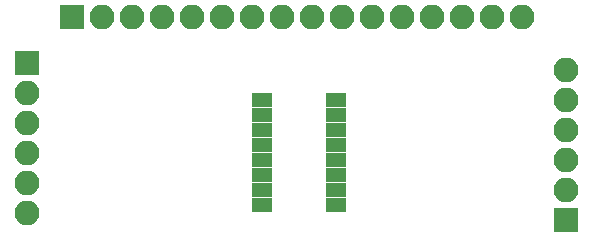
<source format=gbr>
G04 #@! TF.GenerationSoftware,KiCad,Pcbnew,(5.0.0)*
G04 #@! TF.CreationDate,2019-07-27T13:15:58+05:30*
G04 #@! TF.ProjectId,SerialShiftLCD,53657269616C53686966744C43442E6B,rev?*
G04 #@! TF.SameCoordinates,Original*
G04 #@! TF.FileFunction,Soldermask,Top*
G04 #@! TF.FilePolarity,Negative*
%FSLAX46Y46*%
G04 Gerber Fmt 4.6, Leading zero omitted, Abs format (unit mm)*
G04 Created by KiCad (PCBNEW (5.0.0)) date 07/27/19 13:15:58*
%MOMM*%
%LPD*%
G01*
G04 APERTURE LIST*
%ADD10R,2.100000X2.100000*%
%ADD11O,2.100000X2.100000*%
%ADD12R,1.700000X1.200000*%
G04 APERTURE END LIST*
D10*
G04 #@! TO.C,J1*
X102920800Y-51993800D03*
D11*
X102920800Y-54533800D03*
X102920800Y-57073800D03*
X102920800Y-59613800D03*
X102920800Y-62153800D03*
X102920800Y-64693800D03*
G04 #@! TD*
G04 #@! TO.C,J2*
X148615400Y-52603400D03*
X148615400Y-55143400D03*
X148615400Y-57683400D03*
X148615400Y-60223400D03*
X148615400Y-62763400D03*
D10*
X148615400Y-65303400D03*
G04 #@! TD*
G04 #@! TO.C,J3*
X106807000Y-48158400D03*
D11*
X109347000Y-48158400D03*
X111887000Y-48158400D03*
X114427000Y-48158400D03*
X116967000Y-48158400D03*
X119507000Y-48158400D03*
X122047000Y-48158400D03*
X124587000Y-48158400D03*
X127127000Y-48158400D03*
X129667000Y-48158400D03*
X132207000Y-48158400D03*
X134747000Y-48158400D03*
X137287000Y-48158400D03*
X139827000Y-48158400D03*
X142367000Y-48158400D03*
X144907000Y-48158400D03*
G04 #@! TD*
D12*
G04 #@! TO.C,U1*
X129159400Y-64063800D03*
X129159400Y-62783800D03*
X129159400Y-61523800D03*
X129159400Y-60253800D03*
X129159400Y-58973800D03*
X129159400Y-57703800D03*
X129159400Y-56443800D03*
X129159400Y-55163800D03*
X122859400Y-55163800D03*
X122859400Y-56443800D03*
X122859400Y-57703800D03*
X122859400Y-58973800D03*
X122859400Y-60253800D03*
X122859400Y-61523800D03*
X122859400Y-62783800D03*
X122859400Y-64063800D03*
G04 #@! TD*
M02*

</source>
